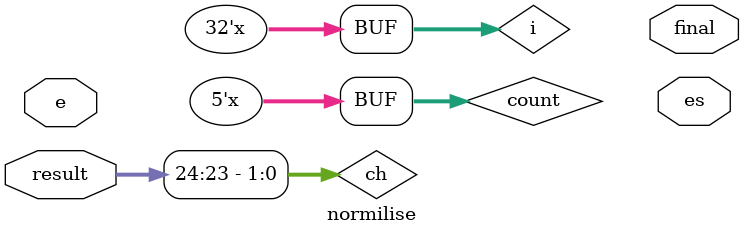
<source format=v>
`timescale 1ns / 1ps

module normilise(input [24:0] result,input [7:0] e ,output reg [22:0] final, output reg  [7:0] es);

reg [24:0]  x;

reg [4:0] count;
integer i;

reg [1:0] ch;

always@(*)
begin
  ch<=result[24:23];
  case(ch)
  2'b10:begin 
          
          x<=result>>1;
          es<=e+1;
          final<=x[22:0];
        end
  2'b01: begin
           
            x<=result;
            es<=e;
            final<=x[22:0];
         end
  
  2'b00: begin
          count=5'b00001;
          
          for(i=22;i>=0;i=i-1)
             begin
               if(result[i]==1)
                  begin
                  
                   i=-1;    //breaking loop
                  end
               else
                  begin
                    $display("Hi3");
                    count=count+1'b1;
                  end 
              end
          x <= (result<<count);
          es <= (e-count);
          final<=x[22:0];
         end
  
  endcase
end

endmodule

</source>
